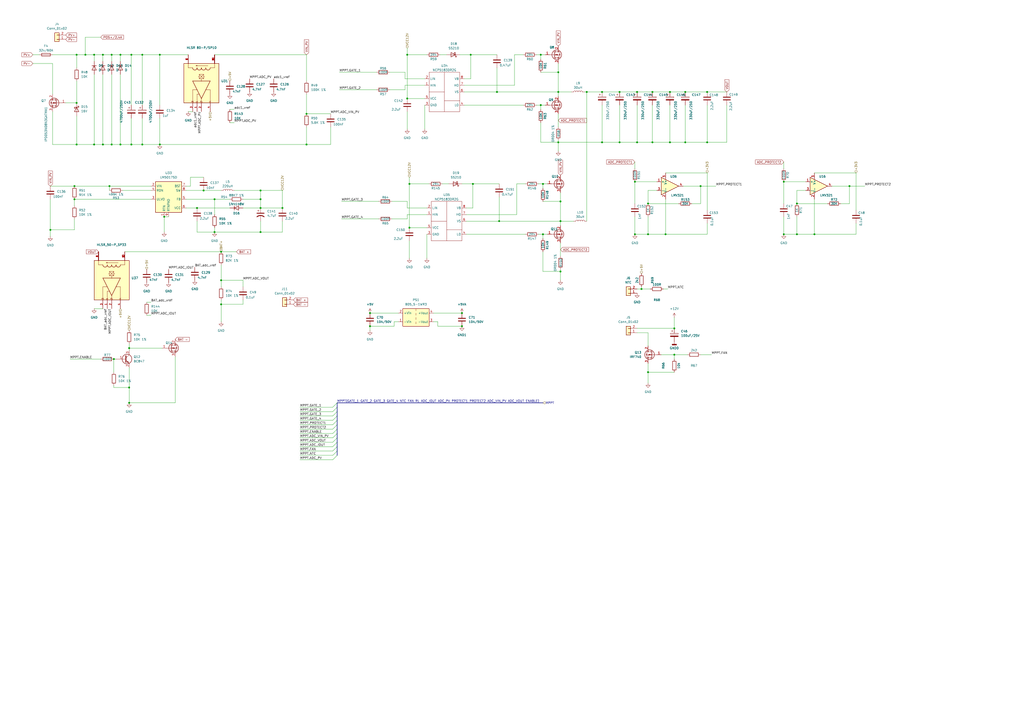
<source format=kicad_sch>
(kicad_sch (version 20231120) (generator "eeschema") (generator_version "8.0")
  (paper "A2")
  (junction (at 410.21 53.34))
  (junction (at 236.22 31.75))
  (junction (at 406.4 107.95))
  (junction (at 59.69 31.75))
  (junction (at 114.3 120.65))
  (junction (at 44.45 31.75))
  (junction (at 372.11 167.64))
  (junction (at 462.28 135.89))
  (junction (at 289.56 128.27))
  (junction (at 49.53 31.75))
  (junction (at 378.46 82.55))
  (junction (at 267.97 181.61))
  (junction (at 314.96 106.68))
  (junction (at 313.69 60.96))
  (junction (at 323.85 82.55))
  (junction (at 349.25 82.55))
  (junction (at 375.92 118.11))
  (junction (at 177.8 66.04))
  (junction (at 64.77 31.75))
  (junction (at 359.41 82.55))
  (junction (at 74.93 233.68))
  (junction (at 325.12 157.48))
  (junction (at 29.21 133.35))
  (junction (at 54.61 31.75))
  (junction (at 349.25 53.34))
  (junction (at 214.63 189.23))
  (junction (at 69.85 83.82))
  (junction (at 76.2 31.75))
  (junction (at 388.62 53.34))
  (junction (at 128.27 146.05))
  (junction (at 288.29 53.34))
  (junction (at 163.83 120.65))
  (junction (at 397.51 82.55))
  (junction (at 54.61 83.82))
  (junction (at 66.04 208.28))
  (junction (at 359.41 53.34))
  (junction (at 454.66 135.89))
  (junction (at 92.71 31.75))
  (junction (at 397.51 53.34))
  (junction (at 410.21 82.55))
  (junction (at 368.3 135.89))
  (junction (at 44.45 59.69))
  (junction (at 378.46 53.34))
  (junction (at 274.32 106.68))
  (junction (at 43.18 115.57))
  (junction (at 237.49 106.68))
  (junction (at 118.11 110.49))
  (junction (at 462.28 118.11))
  (junction (at 124.46 134.62))
  (junction (at 64.77 83.82))
  (junction (at 323.85 41.91))
  (junction (at 273.05 31.75))
  (junction (at 368.3 105.41))
  (junction (at 74.93 224.79))
  (junction (at 472.44 135.89))
  (junction (at 375.92 215.9))
  (junction (at 151.13 110.49))
  (junction (at 82.55 83.82))
  (junction (at 391.16 205.74))
  (junction (at 74.93 201.93))
  (junction (at 236.22 57.15))
  (junction (at 44.45 83.82))
  (junction (at 92.71 83.82))
  (junction (at 369.57 53.34))
  (junction (at 151.13 120.65))
  (junction (at 325.12 128.27))
  (junction (at 237.49 132.08))
  (junction (at 59.69 83.82))
  (junction (at 128.27 176.53))
  (junction (at 325.12 116.84))
  (junction (at 313.69 31.75))
  (junction (at 454.66 105.41))
  (junction (at 267.97 189.23))
  (junction (at 95.25 125.73))
  (junction (at 128.27 162.56))
  (junction (at 124.46 115.57))
  (junction (at 151.13 115.57))
  (junction (at 151.13 134.62))
  (junction (at 314.96 135.89))
  (junction (at 214.63 181.61))
  (junction (at 82.55 31.75))
  (junction (at 388.62 82.55))
  (junction (at 375.92 135.89))
  (junction (at 492.76 107.95))
  (junction (at 69.85 31.75))
  (junction (at 369.57 82.55))
  (junction (at 323.85 53.34))
  (junction (at 43.18 107.95))
  (junction (at 340.36 53.34))
  (junction (at 386.08 135.89))
  (junction (at 177.8 83.82))
  (junction (at 391.16 190.5))
  (junction (at 76.2 83.82))
  (junction (at 63.5 107.95))
  (bus_entry (at 195.58 261.62) (size -2.54 2.54))
  (bus_entry (at 195.58 241.3) (size -2.54 2.54))
  (bus_entry (at 195.58 254) (size -2.54 2.54))
  (bus_entry (at 195.58 251.46) (size -2.54 2.54))
  (bus_entry (at 195.58 238.76) (size -2.54 2.54))
  (bus_entry (at 195.58 256.54) (size -2.54 2.54))
  (bus_entry (at 195.58 236.22) (size -2.54 2.54))
  (bus_entry (at 195.58 264.16) (size -2.54 2.54))
  (bus_entry (at 195.58 233.68) (size -2.54 2.54))
  (bus_entry (at 195.58 243.84) (size -2.54 2.54))
  (bus_entry (at 195.58 248.92) (size -2.54 2.54))
  (bus_entry (at 195.58 259.08) (size -2.54 2.54))
  (bus_entry (at 195.58 246.38) (size -2.54 2.54))
  (wire (pts (xy 314.96 146.05) (xy 314.96 157.48)))
  (wire (pts (xy 44.45 31.75) (xy 49.53 31.75)))
  (wire (pts (xy 140.97 120.65) (xy 151.13 120.65)))
  (wire (pts (xy 124.46 134.62) (xy 151.13 134.62)))
  (wire (pts (xy 406.4 107.95) (xy 406.4 118.11)))
  (wire (pts (xy 54.61 83.82) (xy 59.69 83.82)))
  (wire (pts (xy 236.22 120.65) (xy 247.65 120.65)))
  (wire (pts (xy 59.69 83.82) (xy 64.77 83.82)))
  (wire (pts (xy 397.51 60.96) (xy 397.51 82.55)))
  (wire (pts (xy 173.99 238.76) (xy 193.04 238.76)))
  (wire (pts (xy 323.85 41.91) (xy 323.85 53.34)))
  (wire (pts (xy 74.93 201.93) (xy 74.93 203.2)))
  (wire (pts (xy 151.13 115.57) (xy 151.13 120.65)))
  (wire (pts (xy 496.57 129.54) (xy 496.57 135.89)))
  (wire (pts (xy 369.57 190.5) (xy 391.16 190.5)))
  (wire (pts (xy 107.95 115.57) (xy 124.46 115.57)))
  (wire (pts (xy 270.51 120.65) (xy 274.32 120.65)))
  (wire (pts (xy 66.04 224.79) (xy 74.93 224.79)))
  (wire (pts (xy 74.93 201.93) (xy 93.98 201.93)))
  (wire (pts (xy 270.51 135.89) (xy 304.8 135.89)))
  (wire (pts (xy 325.12 128.27) (xy 332.74 128.27)))
  (wire (pts (xy 251.46 186.69) (xy 254 186.69)))
  (wire (pts (xy 140.97 173.99) (xy 140.97 176.53)))
  (wire (pts (xy 114.3 128.27) (xy 114.3 134.62)))
  (wire (pts (xy 107.95 107.95) (xy 110.49 107.95)))
  (wire (pts (xy 173.99 248.92) (xy 193.04 248.92)))
  (wire (pts (xy 410.21 60.96) (xy 410.21 82.55)))
  (wire (pts (xy 63.5 107.95) (xy 87.63 107.95)))
  (wire (pts (xy 236.22 31.75) (xy 236.22 57.15)))
  (wire (pts (xy 191.77 83.82) (xy 177.8 83.82)))
  (wire (pts (xy 30.48 36.83) (xy 30.48 54.61)))
  (wire (pts (xy 140.97 162.56) (xy 128.27 162.56)))
  (wire (pts (xy 349.25 82.55) (xy 323.85 82.55)))
  (wire (pts (xy 76.2 31.75) (xy 76.2 60.96)))
  (wire (pts (xy 95.25 125.73) (xy 97.79 125.73)))
  (wire (pts (xy 76.2 31.75) (xy 82.55 31.75)))
  (wire (pts (xy 386.08 115.57) (xy 386.08 135.89)))
  (wire (pts (xy 314.96 135.89) (xy 314.96 138.43)))
  (wire (pts (xy 92.71 68.58) (xy 92.71 83.82)))
  (wire (pts (xy 237.49 102.87) (xy 237.49 106.68)))
  (wire (pts (xy 410.21 129.54) (xy 410.21 135.89)))
  (bus (pts (xy 195.58 256.54) (xy 195.58 259.08)))
  (wire (pts (xy 237.49 106.68) (xy 248.92 106.68)))
  (wire (pts (xy 214.63 191.77) (xy 214.63 189.23)))
  (wire (pts (xy 375.92 135.89) (xy 368.3 135.89)))
  (wire (pts (xy 227.33 127) (xy 236.22 127)))
  (wire (pts (xy 313.69 71.12) (xy 313.69 82.55)))
  (wire (pts (xy 163.83 120.65) (xy 163.83 110.49)))
  (wire (pts (xy 273.05 31.75) (xy 288.29 31.75)))
  (wire (pts (xy 396.24 107.95) (xy 406.4 107.95)))
  (wire (pts (xy 270.51 124.46) (xy 299.72 124.46)))
  (wire (pts (xy 85.09 182.88) (xy 87.63 182.88)))
  (wire (pts (xy 255.27 31.75) (xy 259.08 31.75)))
  (wire (pts (xy 173.99 241.3) (xy 193.04 241.3)))
  (bus (pts (xy 195.58 233.68) (xy 195.58 236.22)))
  (wire (pts (xy 135.89 63.5) (xy 133.35 63.5)))
  (wire (pts (xy 274.32 120.65) (xy 274.32 106.68)))
  (wire (pts (xy 59.69 43.18) (xy 59.69 83.82)))
  (wire (pts (xy 44.45 46.99) (xy 44.45 59.69)))
  (wire (pts (xy 325.12 156.21) (xy 325.12 157.48)))
  (bus (pts (xy 195.58 241.3) (xy 195.58 243.84)))
  (wire (pts (xy 378.46 53.34) (xy 388.62 53.34)))
  (wire (pts (xy 375.92 125.73) (xy 375.92 135.89)))
  (wire (pts (xy 54.61 43.18) (xy 54.61 83.82)))
  (wire (pts (xy 270.51 128.27) (xy 289.56 128.27)))
  (wire (pts (xy 462.28 135.89) (xy 454.66 135.89)))
  (wire (pts (xy 59.69 31.75) (xy 59.69 35.56)))
  (wire (pts (xy 269.24 45.72) (xy 273.05 45.72)))
  (wire (pts (xy 454.66 125.73) (xy 454.66 135.89)))
  (wire (pts (xy 288.29 53.34) (xy 323.85 53.34)))
  (wire (pts (xy 267.97 106.68) (xy 274.32 106.68)))
  (wire (pts (xy 19.05 36.83) (xy 30.48 36.83)))
  (wire (pts (xy 177.8 46.99) (xy 177.8 31.75)))
  (wire (pts (xy 44.45 67.31) (xy 44.45 83.82)))
  (wire (pts (xy 69.85 31.75) (xy 69.85 35.56)))
  (wire (pts (xy 82.55 68.58) (xy 82.55 83.82)))
  (wire (pts (xy 236.22 31.75) (xy 247.65 31.75)))
  (wire (pts (xy 58.42 21.59) (xy 49.53 21.59)))
  (wire (pts (xy 462.28 125.73) (xy 462.28 135.89)))
  (wire (pts (xy 173.99 251.46) (xy 193.04 251.46)))
  (bus (pts (xy 195.58 233.68) (xy 314.96 233.68)))
  (wire (pts (xy 323.85 36.83) (xy 323.85 41.91)))
  (wire (pts (xy 237.49 149.86) (xy 237.49 139.7)))
  (wire (pts (xy 196.85 52.07) (xy 218.44 52.07)))
  (wire (pts (xy 173.99 236.22) (xy 193.04 236.22)))
  (wire (pts (xy 298.45 31.75) (xy 303.53 31.75)))
  (wire (pts (xy 375.92 222.25) (xy 375.92 215.9)))
  (wire (pts (xy 110.49 102.87) (xy 118.11 102.87)))
  (wire (pts (xy 369.57 60.96) (xy 369.57 82.55)))
  (wire (pts (xy 177.8 73.66) (xy 177.8 83.82)))
  (wire (pts (xy 214.63 181.61) (xy 231.14 181.61)))
  (wire (pts (xy 173.99 261.62) (xy 193.04 261.62)))
  (wire (pts (xy 124.46 31.75) (xy 177.8 31.75)))
  (wire (pts (xy 312.42 135.89) (xy 314.96 135.89)))
  (wire (pts (xy 124.46 134.62) (xy 124.46 132.08)))
  (wire (pts (xy 92.71 60.96) (xy 92.71 31.75)))
  (wire (pts (xy 234.95 41.91) (xy 234.95 45.72)))
  (wire (pts (xy 29.21 115.57) (xy 29.21 133.35)))
  (wire (pts (xy 151.13 128.27) (xy 151.13 134.62)))
  (wire (pts (xy 454.66 105.41) (xy 467.36 105.41)))
  (wire (pts (xy 462.28 118.11) (xy 480.06 118.11)))
  (bus (pts (xy 195.58 248.92) (xy 195.58 251.46)))
  (wire (pts (xy 237.49 132.08) (xy 247.65 132.08)))
  (wire (pts (xy 92.71 31.75) (xy 109.22 31.75)))
  (wire (pts (xy 124.46 115.57) (xy 133.35 115.57)))
  (wire (pts (xy 110.49 107.95) (xy 110.49 102.87)))
  (wire (pts (xy 492.76 107.95) (xy 501.65 107.95)))
  (wire (pts (xy 74.93 199.39) (xy 74.93 201.93)))
  (wire (pts (xy 92.71 83.82) (xy 82.55 83.82)))
  (wire (pts (xy 472.44 115.57) (xy 472.44 135.89)))
  (wire (pts (xy 30.48 64.77) (xy 30.48 83.82)))
  (wire (pts (xy 254 189.23) (xy 267.97 189.23)))
  (wire (pts (xy 135.89 71.12) (xy 133.35 71.12)))
  (wire (pts (xy 325.12 128.27) (xy 325.12 130.81)))
  (wire (pts (xy 246.38 60.96) (xy 246.38 74.93)))
  (wire (pts (xy 314.96 106.68) (xy 317.5 106.68)))
  (wire (pts (xy 173.99 254) (xy 193.04 254)))
  (wire (pts (xy 412.75 205.74) (xy 406.4 205.74)))
  (wire (pts (xy 237.49 106.68) (xy 237.49 132.08)))
  (wire (pts (xy 69.85 83.82) (xy 76.2 83.82)))
  (wire (pts (xy 314.96 116.84) (xy 325.12 116.84)))
  (wire (pts (xy 72.39 146.05) (xy 128.27 146.05)))
  (wire (pts (xy 85.09 175.26) (xy 87.63 175.26)))
  (wire (pts (xy 313.69 31.75) (xy 316.23 31.75)))
  (wire (pts (xy 173.99 266.7) (xy 193.04 266.7)))
  (wire (pts (xy 128.27 153.67) (xy 128.27 162.56)))
  (wire (pts (xy 236.22 116.84) (xy 236.22 120.65)))
  (wire (pts (xy 128.27 176.53) (xy 128.27 173.99)))
  (wire (pts (xy 173.99 243.84) (xy 193.04 243.84)))
  (wire (pts (xy 323.85 82.55) (xy 323.85 87.63)))
  (wire (pts (xy 236.22 127) (xy 236.22 124.46)))
  (bus (pts (xy 195.58 238.76) (xy 195.58 241.3)))
  (wire (pts (xy 454.66 93.98) (xy 454.66 97.79)))
  (wire (pts (xy 66.04 208.28) (xy 67.31 208.28)))
  (wire (pts (xy 49.53 21.59) (xy 49.53 31.75)))
  (wire (pts (xy 311.15 60.96) (xy 313.69 60.96)))
  (wire (pts (xy 313.69 60.96) (xy 313.69 63.5)))
  (wire (pts (xy 266.7 31.75) (xy 273.05 31.75)))
  (wire (pts (xy 74.93 213.36) (xy 74.93 224.79)))
  (wire (pts (xy 231.14 186.69) (xy 228.6 186.69)))
  (wire (pts (xy 43.18 107.95) (xy 63.5 107.95)))
  (wire (pts (xy 340.36 53.34) (xy 340.36 128.27)))
  (wire (pts (xy 388.62 82.55) (xy 378.46 82.55)))
  (wire (pts (xy 298.45 49.53) (xy 298.45 31.75)))
  (wire (pts (xy 109.22 64.77) (xy 111.76 64.77)))
  (wire (pts (xy 43.18 127) (xy 43.18 133.35)))
  (bus (pts (xy 195.58 259.08) (xy 195.58 261.62)))
  (wire (pts (xy 124.46 115.57) (xy 124.46 124.46)))
  (wire (pts (xy 359.41 82.55) (xy 349.25 82.55)))
  (wire (pts (xy 30.48 83.82) (xy 44.45 83.82)))
  (wire (pts (xy 421.64 60.96) (xy 421.64 82.55)))
  (wire (pts (xy 163.83 110.49) (xy 151.13 110.49)))
  (wire (pts (xy 59.69 31.75) (xy 64.77 31.75)))
  (wire (pts (xy 340.36 53.34) (xy 349.25 53.34)))
  (wire (pts (xy 114.3 134.62) (xy 124.46 134.62)))
  (wire (pts (xy 76.2 68.58) (xy 76.2 83.82)))
  (wire (pts (xy 173.99 256.54) (xy 193.04 256.54)))
  (wire (pts (xy 397.51 82.55) (xy 388.62 82.55)))
  (wire (pts (xy 381 110.49) (xy 375.92 110.49)))
  (wire (pts (xy 43.18 133.35) (xy 29.21 133.35)))
  (wire (pts (xy 323.85 53.34) (xy 331.47 53.34)))
  (wire (pts (xy 387.35 167.64) (xy 384.81 167.64)))
  (wire (pts (xy 234.95 49.53) (xy 246.38 49.53)))
  (wire (pts (xy 107.95 120.65) (xy 114.3 120.65)))
  (wire (pts (xy 314.96 106.68) (xy 314.96 109.22)))
  (wire (pts (xy 49.53 31.75) (xy 54.61 31.75)))
  (wire (pts (xy 421.64 82.55) (xy 410.21 82.55)))
  (wire (pts (xy 64.77 31.75) (xy 69.85 31.75)))
  (wire (pts (xy 43.18 115.57) (xy 43.18 119.38)))
  (wire (pts (xy 325.12 116.84) (xy 325.12 128.27)))
  (wire (pts (xy 383.54 205.74) (xy 391.16 205.74)))
  (wire (pts (xy 19.05 31.75) (xy 22.86 31.75)))
  (wire (pts (xy 325.12 157.48) (xy 325.12 162.56)))
  (wire (pts (xy 128.27 186.69) (xy 128.27 176.53)))
  (wire (pts (xy 377.19 167.64) (xy 372.11 167.64)))
  (wire (pts (xy 256.54 106.68) (xy 260.35 106.68)))
  (wire (pts (xy 140.97 176.53) (xy 128.27 176.53)))
  (wire (pts (xy 312.42 106.68) (xy 314.96 106.68)))
  (bus (pts (xy 195.58 236.22) (xy 195.58 238.76)))
  (wire (pts (xy 101.6 207.01) (xy 101.6 233.68)))
  (wire (pts (xy 288.29 53.34) (xy 288.29 39.37)))
  (wire (pts (xy 234.95 52.07) (xy 234.95 49.53)))
  (wire (pts (xy 378.46 60.96) (xy 378.46 82.55)))
  (wire (pts (xy 369.57 193.04) (xy 375.92 193.04)))
  (wire (pts (xy 313.69 41.91) (xy 323.85 41.91)))
  (wire (pts (xy 496.57 135.89) (xy 472.44 135.89)))
  (wire (pts (xy 496.57 121.92) (xy 496.57 100.33)))
  (wire (pts (xy 369.57 82.55) (xy 359.41 82.55)))
  (wire (pts (xy 325.12 111.76) (xy 325.12 116.84)))
  (wire (pts (xy 151.13 110.49) (xy 151.13 115.57)))
  (wire (pts (xy 135.89 110.49) (xy 151.13 110.49)))
  (wire (pts (xy 226.06 52.07) (xy 234.95 52.07)))
  (wire (pts (xy 234.95 45.72) (xy 246.38 45.72)))
  (bus (pts (xy 195.58 261.62) (xy 195.58 264.16)))
  (wire (pts (xy 406.4 107.95) (xy 415.29 107.95)))
  (wire (pts (xy 64.77 83.82) (xy 69.85 83.82)))
  (wire (pts (xy 69.85 43.18) (xy 69.85 83.82)))
  (wire (pts (xy 273.05 45.72) (xy 273.05 31.75)))
  (wire (pts (xy 299.72 106.68) (xy 304.8 106.68)))
  (wire (pts (xy 101.6 233.68) (xy 74.93 233.68)))
  (wire (pts (xy 410.21 53.34) (xy 421.64 53.34)))
  (wire (pts (xy 74.93 224.79) (xy 74.93 233.68)))
  (wire (pts (xy 372.11 167.64) (xy 369.57 167.64)))
  (wire (pts (xy 314.96 157.48) (xy 325.12 157.48)))
  (wire (pts (xy 375.92 110.49) (xy 375.92 118.11)))
  (wire (pts (xy 151.13 120.65) (xy 163.83 120.65)))
  (wire (pts (xy 388.62 60.96) (xy 388.62 82.55)))
  (wire (pts (xy 269.24 60.96) (xy 303.53 60.96)))
  (wire (pts (xy 236.22 74.93) (xy 236.22 64.77)))
  (wire (pts (xy 54.61 179.07) (xy 59.69 179.07)))
  (wire (pts (xy 247.65 135.89) (xy 247.65 149.86)))
  (bus (pts (xy 195.58 251.46) (xy 195.58 254)))
  (wire (pts (xy 410.21 121.92) (xy 410.21 100.33)))
  (wire (pts (xy 38.1 59.69) (xy 44.45 59.69)))
  (wire (pts (xy 269.24 53.34) (xy 288.29 53.34)))
  (bus (pts (xy 195.58 246.38) (xy 195.58 248.92)))
  (wire (pts (xy 44.45 31.75) (xy 44.45 39.37)))
  (wire (pts (xy 462.28 110.49) (xy 462.28 118.11)))
  (wire (pts (xy 177.8 83.82) (xy 92.71 83.82)))
  (wire (pts (xy 64.77 43.18) (xy 64.77 83.82)))
  (wire (pts (xy 323.85 66.04) (xy 323.85 73.66)))
  (wire (pts (xy 251.46 181.61) (xy 267.97 181.61)))
  (wire (pts (xy 95.25 134.62) (xy 95.25 125.73)))
  (wire (pts (xy 289.56 128.27) (xy 325.12 128.27)))
  (wire (pts (xy 30.48 31.75) (xy 44.45 31.75)))
  (wire (pts (xy 372.11 166.37) (xy 372.11 167.64)))
  (wire (pts (xy 254 186.69) (xy 254 189.23)))
  (wire (pts (xy 196.85 41.91) (xy 218.44 41.91)))
  (wire (pts (xy 128.27 162.56) (xy 128.27 166.37)))
  (wire (pts (xy 92.71 31.75) (xy 82.55 31.75)))
  (wire (pts (xy 492.76 118.11) (xy 487.68 118.11)))
  (wire (pts (xy 482.6 107.95) (xy 492.76 107.95)))
  (wire (pts (xy 151.13 134.62) (xy 163.83 134.62)))
  (wire (pts (xy 375.92 193.04) (xy 375.92 200.66)))
  (wire (pts (xy 410.21 82.55) (xy 397.51 82.55)))
  (wire (pts (xy 44.45 83.82) (xy 54.61 83.82)))
  (wire (pts (xy 349.25 60.96) (xy 349.25 82.55)))
  (wire (pts (xy 378.46 82.55) (xy 369.57 82.55)))
  (wire (pts (xy 391.16 205.74) (xy 398.78 205.74)))
  (wire (pts (xy 198.12 127) (xy 219.71 127)))
  (wire (pts (xy 66.04 208.28) (xy 66.04 215.9)))
  (wire (pts (xy 69.85 31.75) (xy 76.2 31.75)))
  (wire (pts (xy 472.44 135.89) (xy 462.28 135.89)))
  (wire (pts (xy 227.33 116.84) (xy 236.22 116.84)))
  (wire (pts (xy 369.57 53.34) (xy 378.46 53.34)))
  (wire (pts (xy 114.3 120.65) (xy 133.35 120.65)))
  (wire (pts (xy 323.85 81.28) (xy 323.85 82.55)))
  (wire (pts (xy 107.95 110.49) (xy 118.11 110.49)))
  (wire (pts (xy 496.57 100.33) (xy 472.44 100.33)))
  (wire (pts (xy 177.8 66.04) (xy 191.77 66.04)))
  (wire (pts (xy 299.72 124.46) (xy 299.72 106.68)))
  (wire (pts (xy 359.41 53.34) (xy 369.57 53.34)))
  (wire (pts (xy 173.99 264.16) (xy 193.04 264.16)))
  (wire (pts (xy 410.21 100.33) (xy 386.08 100.33)))
  (wire (pts (xy 397.51 53.34) (xy 410.21 53.34)))
  (wire (pts (xy 359.41 60.96) (xy 359.41 82.55)))
  (wire (pts (xy 339.09 53.34) (xy 340.36 53.34)))
  (wire (pts (xy 454.66 105.41) (xy 454.66 118.11)))
  (wire (pts (xy 140.97 115.57) (xy 151.13 115.57)))
  (wire (pts (xy 289.56 128.27) (xy 289.56 114.3)))
  (wire (pts (xy 228.6 186.69) (xy 228.6 189.23)))
  (wire (pts (xy 236.22 27.94) (xy 236.22 31.75)))
  (wire (pts (xy 375.92 118.11) (xy 393.7 118.11)))
  (wire (pts (xy 63.5 107.95) (xy 63.5 110.49)))
  (wire (pts (xy 492.76 107.95) (xy 492.76 118.11)))
  (wire (pts (xy 71.12 110.49) (xy 87.63 110.49)))
  (wire (pts (xy 368.3 105.41) (xy 381 105.41)))
  (wire (pts (xy 236.22 57.15) (xy 246.38 57.15)))
  (wire (pts (xy 311.15 31.75) (xy 313.69 31.75)))
  (wire (pts (xy 406.4 118.11) (xy 401.32 118.11)))
  (wire (pts (xy 375.92 215.9) (xy 391.16 215.9)))
  (bus (pts (xy 195.58 254) (xy 195.58 256.54)))
  (wire (pts (xy 274.32 106.68) (xy 289.56 106.68)))
  (wire (pts (xy 64.77 31.75) (xy 64.77 35.56)))
  (wire (pts (xy 368.3 105.41) (xy 368.3 118.11)))
  (wire (pts (xy 191.77 73.66) (xy 191.77 83.82)))
  (wire (pts (xy 313.69 60.96) (xy 316.23 60.96)))
  (wire (pts (xy 76.2 83.82) (xy 82.55 83.82)))
  (wire (pts (xy 467.36 110.49) (xy 462.28 110.49)))
  (wire (pts (xy 368.3 125.73) (xy 368.3 135.89)))
  (wire (pts (xy 66.04 223.52) (xy 66.04 224.79)))
  (wire (pts (xy 43.18 115.57) (xy 87.63 115.57)))
  (wire (pts (xy 173.99 259.08) (xy 193.04 259.08)))
  (wire (pts (xy 391.16 205.74) (xy 391.16 208.28)))
  (wire (pts (xy 388.62 53.34) (xy 397.51 53.34)))
  (wire (pts (xy 118.11 110.49) (xy 128.27 110.49)))
  (wire (pts (xy 368.3 93.98) (xy 368.3 97.79)))
  (wire (pts (xy 313.69 31.75) (xy 313.69 34.29)))
  (wire (pts (xy 325.12 140.97) (xy 325.12 148.59)))
  (wire (pts (xy 313.69 82.55) (xy 323.85 82.55)))
  (wire (pts (xy 269.24 49.53) (xy 298.45 49.53)))
  (wire (pts (xy 140.97 166.37) (xy 140.97 162.56)))
  (wire (pts (xy 173.99 246.38) (xy 193.04 246.38)))
  (wire (pts (xy 375.92 215.9) (xy 375.92 210.82)))
  (wire (pts (xy 54.61 31.75) (xy 59.69 31.75)))
  (wire (pts (xy 198.12 116.84) (xy 219.71 116.84)))
  (wire (pts (xy 323.85 53.34) (xy 323.85 55.88)))
  (wire (pts (xy 177.8 54.61) (xy 177.8 66.04)))
  (wire (pts (xy 40.64 208.28) (xy 58.42 208.28)))
  (wire (pts (xy 82.55 31.75) (xy 82.55 60.96)))
  (wire (pts (xy 349.25 53.34) (xy 359.41 53.34)))
  (wire (pts (xy 228.6 189.23) (xy 214.63 189.23)))
  (wire (pts (xy 29.21 133.35) (xy 29.21 137.16)))
  (bus (pts (xy 195.58 243.84) (xy 195.58 246.38)))
  (wire (pts (xy 29.21 107.95) (xy 43.18 107.95)))
  (wire (pts (xy 410.21 135.89) (xy 386.08 135.89)))
  (wire (pts (xy 163.83 134.62) (xy 163.83 128.27)))
  (wire (pts (xy 226.06 41.91) (xy 234.95 41.91)))
  (wire (pts (xy 54.61 31.75) (xy 54.61 35.56)))
  (wire (pts (xy 128.27 146.05) (xy 137.16 146.05)))
  (wire (pts (xy 391.16 184.15) (xy 391.16 190.5)))
  (wire (pts (xy 314.96 135.89) (xy 317.5 135.89)))
  (wire (pts (xy 236.22 124.46) (xy 247.65 124.46)))
  (wire (pts (xy 386.08 135.89) (xy 375.92 135.89)))
  (label "BAT_adc_vref" (at 62.23 179.07 270))
  (label "MPPT.PROTECT2" (at 501.65 107.95 0))
  (label "MPPT.NTC" (at 387.35 167.64 0))
  (label "adc1_vref" (at 114.3 64.77 270))
  (label "adc1_vref" (at 135.89 63.5 0))
  (label "MPPT.GATE_2" (at 196.85 52.07 0))
  (label "MPPT.GATE_3" (at 173.99 241.3 0))
  (label "MPPT.ADC_PV" (at 144.78 45.72 0))
  (label "MPPT.PROTECT1" (at 415.29 107.95 0))
  (label "MPPT.GATE_4" (at 198.12 127 0))
  (label "BAT_adc_vref" (at 113.03 154.94 0))
  (label "MPPT.GATE_1" (at 196.85 41.91 0))
  (label "MPPT.ADC_VOUT" (at 140.97 162.56 0))
  (label "MPPT.ENABLE" (at 40.64 208.28 0))
  (label "BAT_adc_vref" (at 87.63 175.26 0))
  (label "MPPT.FAN" (at 412.75 205.74 0))
  (label "MPPT.GATE_3" (at 198.12 116.84 0))
  (label "MPPT.ADC_IOUT" (at 173.99 259.08 0))
  (label "MPPT.FAN" (at 173.99 261.62 0))
  (label "MPPT.PROTECT1" (at 173.99 246.38 0))
  (label "MPPT.ADC_IOUT" (at 87.63 182.88 0))
  (label "adc1_vref" (at 158.75 45.72 0))
  (label "MPPT.ADC_PV" (at 116.84 64.77 270))
  (label "MPPT.ADC_VOUT" (at 173.99 256.54 0))
  (label "MPPT.NTC" (at 173.99 264.16 0))
  (label "MPPT.ADC_PV" (at 135.89 71.12 0))
  (label "MPPT.GATE_2" (at 173.99 238.76 0))
  (label "MPPT.ENABLE" (at 173.99 251.46 0))
  (label "MPPT.GATE_4" (at 173.99 243.84 0))
  (label "MPPT.ADC_PV" (at 173.99 266.7 0))
  (label "MPPT.ADC_IOUT" (at 97.79 156.21 0))
  (label "MPPT.GATE_1" (at 173.99 236.22 0))
  (label "MPPT.ADC_IOUT" (at 64.77 179.07 270))
  (label "MPPT.ADC_VIN_PV" (at 191.77 66.04 0))
  (label "MPPT.PROTECT2" (at 173.99 248.92 0))
  (label "MPPT.ADC_VIN_PV" (at 173.99 254 0))
  (label "MPPT{GATE_1 GATE_2 GATE_3 GATE_4 NTC FAN RL ADC_IOUT ADC_PV PROTECT1 PROTECT2 ADC_VIN_PV ADC_VOUT ENABLE}" (at 195.58 233.68 0))
  (global_label "PV-" (shape input) (at 19.05 36.83 180) (property "Intersheetrefs" "${INTERSHEET_REFS}" (effects (hide yes))))
  (global_label "VIN_PV" (shape input) (at 177.8 31.75 90) (property "Intersheetrefs" "${INTERSHEET_REFS}" (effects (hide yes))))
  (global_label "PV+" (shape input) (at 38.1 20.32 0) (property "Intersheetrefs" "${INTERSHEET_REFS}" (effects (hide yes))))
  (global_label "VOUT" (shape input) (at 421.64 53.34 90) (property "Intersheetrefs" "${INTERSHEET_REFS}" (effects (hide yes))))
  (global_label "ADC_PROTECT2" (shape input) (at 325.12 144.78 0) (property "Intersheetrefs" "${INTERSHEET_REFS}" (effects (hide yes))))
  (global_label "BAT +" (shape input) (at 137.16 146.05 0) (property "Intersheetrefs" "${INTERSHEET_REFS}" (effects (hide yes))))
  (global_label "ADC_PROTECT1" (shape input) (at 368.3 93.98 180) (property "Intersheetrefs" "${INTERSHEET_REFS}" (effects (hide yes))))
  (global_label "POS+{slash}2.4A" (shape input) (at 58.42 21.59 0) (property "Intersheetrefs" "${INTERSHEET_REFS}" (effects (hide yes))))
  (global_label "BAT -" (shape input) (at 101.6 196.85 0) (property "Intersheetrefs" "${INTERSHEET_REFS}" (effects (hide yes))))
  (global_label "PV+" (shape input) (at 19.05 31.75 180) (property "Intersheetrefs" "${INTERSHEET_REFS}" (effects (hide yes))))
  (global_label "ADC_PROTECT1" (shape input) (at 323.85 69.85 0) (property "Intersheetrefs" "${INTERSHEET_REFS}" (effects (hide yes))))
  (global_label "BAT +" (shape input) (at 170.18 173.99 0) (property "Intersheetrefs" "${INTERSHEET_REFS}" (effects (hide yes))))
  (global_label "VIN_PV" (shape input) (at 29.21 107.95 90) (property "Intersheetrefs" "${INTERSHEET_REFS}" (effects (hide yes))))
  (global_label "VIN_PV" (shape input) (at 325.12 101.6 90) (property "Intersheetrefs" "${INTERSHEET_REFS}" (effects (hide yes))))
  (global_label "BAT -" (shape input) (at 170.18 176.53 0) (property "Intersheetrefs" "${INTERSHEET_REFS}" (effects (hide yes))))
  (global_label "PV-" (shape input) (at 38.1 22.86 0) (property "Intersheetrefs" "${INTERSHEET_REFS}" (effects (hide yes))))
  (global_label "ADC_PROTECT2" (shape input) (at 454.66 93.98 180) (property "Intersheetrefs" "${INTERSHEET_REFS}" (effects (hide yes))))
  (global_label "VIN_PV" (shape input) (at 323.85 26.67 90) (property "Intersheetrefs" "${INTERSHEET_REFS}" (effects (hide yes))))
  (global_label "VOUT" (shape input) (at 57.15 146.05 180) (property "Intersheetrefs" "${INTERSHEET_REFS}" (effects (hide yes))))
  (hierarchical_label "MPPT" (shape input) (at 314.96 233.68 0))
  (hierarchical_label "+5V" (shape input) (at 133.35 46.99 90))
  (hierarchical_label "VCC12V" (shape input) (at 163.83 110.49 90))
  (hierarchical_label "+5V" (shape input) (at 372.11 158.75 90))
  (hierarchical_label "+5V" (shape input) (at 69.85 179.07 270))
  (hierarchical_label "+5V" (shape input) (at 121.92 64.77 270))
  (hierarchical_label "BAT+" (shape input) (at 128.27 146.05 90))
  (hierarchical_label "VCC12V" (shape input) (at 237.49 102.87 90))
  (hierarchical_label "+3V3" (shape input) (at 496.57 100.33 90))
  (hierarchical_label "VCC12V" (shape input) (at 236.22 27.94 90))
  (hierarchical_label "VCC12V" (shape input) (at 74.93 191.77 90))
  (hierarchical_label "+3V3" (shape input) (at 410.21 100.33 90))
  (hierarchical_label "+5V" (shape input) (at 85.09 156.21 90))
  (symbol (lib_id "Transistor_FET:IPD50R380CE") (at 321.31 31.75 0) (unit 1)
    (property "Reference" "Q8" (at 318.77 27.432 0) (effects (justify left)))
    (property "Value" "IPD053N08N3GATMA1" (effects (hide yes)))
    (property "Footprint" "Package_TO_SOT_SMD:TO-252-2" (effects (hide yes)))
    (property "Datasheet" "https://www.infineon.com/dgdl/Infineon-IPD50R380CE-DS-v02_01-en.pdf?fileId=db3a30433ecb86d4013ed0a2ef580f38" (effects (hide yes)))
    (property "Description" "14.1A Id, 500V Vds, CoolMOS N-Channel Power MOSFET, 380mOhm Ron, 24.8nC Qg (typ), TO-252-2" (effects (hide yes)))
  )
  (symbol (lib_id "Amplifier_Operational:LMV321") (at 474.98 107.95 0) (unit 1)
    (property "Reference" "U16" (at 479.044 102.362 0) (effects (justify right)))
    (property "Value" "LMV321" (at 483.108 113.284 0) (effects (justify right)))
    (property "Footprint" "Package_TO_SOT_SMD:SOT-23-5_HandSoldering" (effects (hide yes)))
    (property "Datasheet" "http://www.ti.com/lit/ds/symlink/lmv324.pdf" (effects (hide yes)))
    (property "Description" "Low-Voltage Rail-to-Rail Output Operational Amplifiers, SOT-23-5/SC-70-5" (effects (hide yes)))
  )
  (symbol (lib_id "Diode:SS210") (at 262.89 31.75 180) (unit 1)
    (property "Reference" "D18" (at 263.2075 25.4 0))
    (property "Value" "SS210" (at 263.2075 27.94 0))
    (property "Footprint" "Diode_SMD:D_SMA" (effects (hide yes)))
    (property "Datasheet" "https://www.wontop.com/uploadfiles/56/sort_excel/pdf/ss22.pdf" (effects (hide yes)))
    (property "Description" "100V 2A Schottky Diode, SMA" (effects (hide yes)))
  )
  (symbol (lib_id "power:+5VA") (at 267.97 181.61 0) (unit 1)
    (property "Reference" "#PWR0127" (effects (hide yes)))
    (property "Value" "+5VA" (at 267.97 176.53 0))
    (property "Description" "Power symbol creates a global label with name \"+5VA\"" (effects (hide yes)))
  )
  (symbol (lib_id "Diode:1N4148W") (at 137.16 120.65 0) (unit 1)
    (property "Reference" "D16" (at 137.16 123.698 0))
    (property "Value" "1N4148W" (at 137.16 118.364 0))
    (property "Footprint" "Diode_SMD:D_MiniMELF" (effects (hide yes)))
    (property "Datasheet" "https://www.vishay.com/docs/85748/1n4148w.pdf" (effects (hide yes)))
    (property "Description" "75V 0.15A Fast Switching Diode, SOD-123" (effects (hide yes)))
    (property "Sim.Device" "D" (effects (hide yes)))
    (property "Sim.Pins" "1=K 2=A" (effects (hide yes)))
  )
  (symbol (lib_id "Regulator_Switching:LM5017SD") (at 97.79 113.03 0) (unit 1)
    (property "Reference" "U33" (at 97.79 100.33 0))
    (property "Value" "LM5017SD" (at 97.79 102.87 0))
    (property "Footprint" "Package_SON:WSON-8-1EP_4x4mm_P0.8mm_EP1.98x3mm" (effects (hide yes)))
    (property "Datasheet" "http://www.ti.com/lit/ds/symlink/lm5017.pdf" (effects (hide yes)))
    (property "Description" "600mA, 100V Step-Down Switching Regulator, WSON-8" (effects (hide yes)))
  )
  (symbol (lib_id "Device:C") (at 288.29 35.56 0) (unit 1)
    (property "Reference" "C139" (at 292.1 34.925 0) (effects (justify left)))
    (property "Value" "0.47uF" (at 289.814 37.846 0) (effects (justify left)))
    (property "Footprint" "Capacitor_SMD:C_1206_3216Metric_Pad1.33x1.80mm_HandSolder" (effects (hide yes)))
  )
  (symbol (lib_id "Device:R") (at 43.18 123.19 0) (unit 1)
    (property "Reference" "R52" (at 45.72 121.9199 0) (effects (justify left)))
    (property "Value" "10K 1%" (at 45.72 124.4599 0) (effects (justify left)))
    (property "Footprint" "CTS_Resistor_SMD:R_0805_2012Metric" (effects (hide yes)))
  )
  (symbol (lib_id "power:GND") (at 113.03 162.56 0) (unit 1)
    (property "Reference" "#PWR069" (effects (hide yes)))
    (property "Value" "GND" (at 113.03 167.64 0))
  )
  (symbol (lib_id "Device:R") (at 307.34 60.96 90) (unit 1)
    (property "Reference" "R62" (at 307.34 63.5 90))
    (property "Value" "2R4" (at 307.34 60.96 90))
    (property "Footprint" "CTS_Resistor_SMD:R_0805_2012Metric" (effects (hide yes)))
  )
  (symbol (lib_id "Device:R") (at 66.04 219.71 0) (unit 1)
    (property "Reference" "R76" (at 68.58 218.4399 0) (effects (justify left)))
    (property "Value" "10K 1%" (at 68.58 220.9799 0) (effects (justify left)))
    (property "Footprint" "CTS_Resistor_SMD:R_0805_2012Metric" (effects (hide yes)))
  )
  (symbol (lib_id "Device:R") (at 313.69 67.31 180) (unit 1)
    (property "Reference" "R63" (at 316.23 67.31 90))
    (property "Value" "10K" (at 313.69 67.31 90))
    (property "Footprint" "CTS_Resistor_SMD:R_0805_2012Metric" (effects (hide yes)))
  )
  (symbol (lib_id "Device:R") (at 314.96 142.24 180) (unit 1)
    (property "Reference" "R149" (at 317.5 142.24 90))
    (property "Value" "10K" (at 314.96 142.24 90))
    (property "Footprint" "CTS_Resistor_SMD:R_0805_2012Metric" (effects (hide yes)))
  )
  (symbol (lib_id "SL_Sensor_Current:HLSR_50-P_SP33") (at 116.84 49.53 270) (unit 1)
    (property "Reference" "U31" (at 128.27 46.9899 90) (effects (justify left)))
    (property "Value" "HLSR 80-P/SP10" (at 108.204 27.686 90) (effects (justify left)))
    (property "Footprint" "SL_Sensor_Current:XDCR_HLSR_50-P_SP33" (effects (hide yes)))
    (property "MF" "LEM USA" (effects (hide yes)))
    (property "MAXIMUM_PACKAGE_HEIGHT" "12.50mm" (effects (hide yes)))
    (property "Package" "Module LEM USA" (effects (hide yes)))
    (property "Price" "None" (effects (hide yes)))
    (property "Check_prices" "https://www.snapeda.com/parts/HLSR%2050-P/SP33/LEM/view-part/?ref=eda" (effects (hide yes)))
    (property "STANDARD" "Manufacturer Recommendations" (effects (hide yes)))
    (property "PARTREV" "24-September-2020/Version 8" (effects (hide yes)))
    (property "SnapEDA_Link" "https://www.snapeda.com/parts/HLSR%2050-P/SP33/LEM/view-part/?ref=snap" (effects (hide yes)))
    (property "MP" "HLSR 50-P/SP33" (effects (hide yes)))
    (property "Description_1" "\n                        \n                            Current Sensor 50A 1 Channel Hall Effect, Open Loop Bidirectional Module\n                        \n" (effects (hide yes)))
    (property "Availability" "In Stock" (effects (hide yes)))
    (property "MANUFACTURER" "LEM" (effects (hide yes)))
  )
  (symbol (lib_id "Transistor_FET:IPD50R380CE") (at 321.31 60.96 0) (unit 1)
    (property "Reference" "Q9" (at 318.262 57.912 0) (effects (justify left)))
    (property "Value" "IPD053N08N3GATMA1" (effects (hide yes)))
    (property "Footprint" "Package_TO_SOT_SMD:TO-252-2" (effects (hide yes)))
    (property "Datasheet" "https://www.infineon.com/dgdl/Infineon-IPD50R380CE-DS-v02_01-en.pdf?fileId=db3a30433ecb86d4013ed0a2ef580f38" (effects (hide yes)))
    (property "Description" "14.1A Id, 500V Vds, CoolMOS N-Channel Power MOSFET, 380mOhm Ron, 24.8nC Qg (typ), TO-252-2" (effects (hide yes)))
  )
  (symbol (lib_id "power:GND") (at 375.92 222.25 0) (unit 1)
    (property "Reference" "#PWR070" (effects (hide yes)))
    (property "Value" "GND" (at 375.92 227.33 0))
    (property "Description" "Power symbol creates a global label with name \"GND\" , ground" (effects (hide yes)))
  )
  (symbol (lib_id "power:GND") (at 128.27 186.69 0) (unit 1)
    (property "Reference" "#PWR077" (effects (hide yes)))
    (property "Value" "GND" (at 128.27 191.77 0))
  )
  (symbol (lib_id "Device:C") (at 191.77 69.85 0) (unit 1)
    (property "Reference" "C135" (at 195.58 69.215 0) (effects (justify left)))
    (property "Value" "100nF" (at 193.294 72.136 0) (effects (justify left)))
    (property "Footprint" "CTS_Capacitor_SMD:C_0805_2012Metric" (effects (hide yes)))
    (property "Order" "https://www.lcsc.com/product-detail/Multilayer-Ceramic-Capacitors-MLCC-SMD-SMT_TORCH-CT41G-0402-2X1-16V-0-1-F-K-N_C141382.html" (effects (hide yes)))
  )
  (symbol (lib_id "power:+12V") (at 391.16 184.15 0) (unit 1)
    (property "Reference" "#PWR071" (effects (hide yes)))
    (property "Value" "+12V" (at 391.16 179.07 0))
    (property "Description" "Power symbol creates a global label with name \"+12V\"" (effects (hide yes)))
  )
  (symbol (lib_id "power:GND") (at 236.22 74.93 0) (unit 1)
    (property "Reference" "#PWR0247" (effects (hide yes)))
    (property "Value" "GND" (at 236.22 80.01 0))
  )
  (symbol (lib_id "Device:R") (at 223.52 127 90) (unit 1)
    (property "Reference" "R65" (at 223.52 129.54 90))
    (property "Value" "100R" (at 223.52 127 90))
    (property "Footprint" "CTS_Resistor_SMD:R_0805_2012Metric" (effects (hide yes)))
  )
  (symbol (lib_id "Device:R") (at 483.87 118.11 270) (mirror x) (unit 1)
    (property "Reference" "R72" (at 483.87 115.824 90))
    (property "Value" "30K" (at 483.87 118.11 90))
    (property "Footprint" "CTS_Resistor_SMD:R_0805_2012Metric" (effects (hide yes)))
  )
  (symbol (lib_id "Device:R") (at 128.27 149.86 0) (unit 1)
    (property "Reference" "R73" (at 130.81 148.5899 0) (effects (justify left)))
    (property "Value" "82K 1%" (at 130.81 151.1299 0) (effects (justify left)))
    (property "Footprint" "CTS_Resistor_SMD:R_0805_2012Metric" (effects (hide yes)))
  )
  (symbol (lib_id "power:GND") (at 54.61 179.07 0) (unit 1)
    (property "Reference" "#PWR076" (effects (hide yes)))
    (property "Value" "GND" (at 54.61 184.15 0))
  )
  (symbol (lib_id "Transistor_BJT:BC847") (at 72.39 208.28 0) (unit 1)
    (property "Reference" "Q12" (at 77.47 207.0099 0) (effects (justify left)))
    (property "Value" "BC847" (at 77.47 209.5499 0) (effects (justify left)))
    (property "Footprint" "Package_TO_SOT_SMD:SOT-23" (effects (hide yes)))
    (property "Datasheet" "http://www.infineon.com/dgdl/Infineon-BC847SERIES_BC848SERIES_BC849SERIES_BC850SERIES-DS-v01_01-en.pdf?fileId=db3a304314dca389011541d4630a1657" (effects (hide yes)))
    (property "Description" "0.1A Ic, 45V Vce, NPN Transistor, SOT-23" (effects (hide yes)))
  )
  (symbol (lib_id "Device:C_Polarized_US") (at 151.13 124.46 0) (unit 1)
    (property "Reference" "C141" (at 154.94 122.5549 0) (effects (justify left)))
    (property "Value" "4.7uF" (at 154.94 125.0949 0) (effects (justify left)))
    (property "Footprint" "Capacitor_Tantalum_SMD:CP_EIA-3528-12_Kemet-T" (effects (hide yes)))
    (property "Description" "Polarized capacitor, US symbol" (effects (hide yes)))
  )
  (symbol (lib_id "Device:C") (at 410.21 125.73 0) (unit 1)
    (property "Reference" "C153" (at 411.48 123.444 0) (effects (justify left)))
    (property "Value" "0.1uF" (at 413.004 131.064 90) (effects (justify left)))
    (property "Footprint" "Capacitor_SMD:C_1206_3216Metric_Pad1.33x1.80mm_HandSolder" (effects (hide yes)))
    (property "Order" "https://www.lcsc.com/product-detail/Multilayer-Ceramic-Capacitors-MLCC-SMD-SMT_TORCH-CT41G-0402-2X1-16V-0-1-F-K-N_C141382.html" (effects (hide yes)))
  )
  (symbol (lib_id "Device:D") (at 59.69 39.37 270) (unit 1)
    (property "Reference" "D12" (at 62.23 38.0999 90) (effects (justify left)))
    (property "Value" "D" (at 62.23 40.6399 90) (effects (justify left)))
    (property "Footprint" "Diode_THT:D_DO-201AD_P15.24mm_Horizontal" (effects (hide yes)))
    (property "Description" "Diode" (effects (hide yes)))
    (property "Sim.Device" "D" (effects (hide yes)))
    (property "Sim.Pins" "1=K 2=A" (effects (hide yes)))
  )
  (symbol (lib_id "power:GND") (at 133.35 54.61 0) (unit 1)
    (property "Reference" "#PWR0234" (effects (hide yes)))
    (property "Value" "GND" (at 133.35 59.69 0))
  )
  (symbol (lib_id "power:GND") (at 29.21 137.16 0) (unit 1)
    (property "Reference" "#PWR0243" (effects (hide yes)))
    (property "Value" "GND" (at 29.21 142.24 0))
  )
  (symbol (lib_id "Device:R") (at 397.51 118.11 270) (mirror x) (unit 1)
    (property "Reference" "R153" (at 397.51 115.824 90))
    (property "Value" "30K" (at 397.51 118.11 90))
    (property "Footprint" "CTS_Resistor_SMD:R_0805_2012Metric" (effects (hide yes)))
  )
  (symbol (lib_id "Device:R") (at 67.31 110.49 90) (unit 1)
    (property "Reference" "R53" (at 67.31 114.808 90))
    (property "Value" "499K 1%" (at 67.31 112.776 90))
    (property "Footprint" "CTS_Resistor_SMD:R_0805_2012Metric" (effects (hide yes)))
  )
  (symbol (lib_id "power:GND") (at 95.25 134.62 0) (unit 1)
    (property "Reference" "#PWR0244" (effects (hide yes)))
    (property "Value" "GND" (at 95.25 139.7 0))
  )
  (symbol (lib_id "Device:C") (at 421.64 57.15 0) (unit 1)
    (property "Reference" "C149" (at 422.91 54.864 0) (effects (justify left)))
    (property "Value" "2.2uF" (at 423.926 64.262 90) (effects (justify left)))
    (property "Footprint" "Capacitor_SMD:C_1206_3216Metric_Pad1.33x1.80mm_HandSolder" (effects (hide yes)))
    (property "Order" "https://www.lcsc.com/product-detail/Multilayer-Ceramic-Capacitors-MLCC-SMD-SMT_TORCH-CT41G-0402-2X1-16V-0-1-F-K-N_C141382.html" (effects (hide yes)))
  )
  (symbol (lib_id "power:GND") (at 323.85 87.63 0) (unit 1)
    (property "Reference" "#PWR0246" (effects (hide yes)))
    (property "Value" "GND" (at 323.85 92.71 0))
  )
  (symbol (lib_id "power:GND") (at 237.49 149.86 0) (unit 1)
    (property "Reference" "#PWR0249" (effects (hide yes)))
    (property "Value" "GND" (at 237.49 154.94 0))
  )
  (symbol (lib_id "Connector_Generic:Conn_01x02") (at 165.1 176.53 180) (unit 1)
    (property "Reference" "J11" (at 165.1 167.64 0))
    (property "Value" "Conn_01x02" (at 165.1 170.18 0))
    (property "Footprint" "TerminalBlock_Dinkle:TerminalBlock_Dinkle_DT-55-B01X-02_P10.00mm" (effects (hide yes)))
    (property "Description" "Generic connector, single row, 01x02, script generated (kicad-library-utils/schlib/autogen/connector/)" (effects (hide yes)))
  )
  (symbol (lib_id "Device:C") (at 144.78 49.53 0) (unit 1)
    (property "Reference" "C127" (at 148.59 48.895 0) (effects (justify left)))
    (property "Value" "4.7nF" (at 146.304 51.816 0) (effects (justify left)))
    (property "Footprint" "CTS_Capacitor_SMD:C_0805_2012Metric" (effects (hide yes)))
    (property "Order" "https://www.lcsc.com/product-detail/Multilayer-Ceramic-Capacitors-MLCC-SMD-SMT_TORCH-CT41G-0402-2X1-16V-0-1-F-K-N_C141382.html" (effects (hide yes)))
  )
  (symbol (lib_id "Device:R") (at 381 167.64 270) (unit 1)
    (property "Reference" "R68" (at 381 173.99 90))
    (property "Value" "100R" (at 381 165.1 90))
    (property "Footprint" "CTS_Resistor_SMD:R_0805_2012Metric" (effects (hide yes)))
  )
  (symbol (lib_id "Transistor_FET:IPD50R380CE") (at 99.06 201.93 0) (unit 1)
    (property "Reference" "Q14" (at 96.012 198.882 0) (effects (justify left)))
    (property "Value" "IPD053N08N3GATMA1" (effects (hide yes)))
    (property "Footprint" "Package_TO_SOT_SMD:TO-252-2" (effects (hide yes)))
    (property "Datasheet" "https://www.infineon.com/dgdl/Infineon-IPD50R380CE-DS-v02_01-en.pdf?fileId=db3a30433ecb86d4013ed0a2ef580f38" (effects (hide yes)))
    (property "Description" "14.1A Id, 500V Vds, CoolMOS N-Channel Power MOSFET, 380mOhm Ron, 24.8nC Qg (typ), TO-252-2" (effects (hide yes)))
  )
  (symbol (lib_id "Device:C") (at 410.21 57.15 0) (unit 1)
    (property "Reference" "C148" (at 411.48 55.118 0) (effects (justify left)))
    (property "Value" "2.2uF" (at 413.004 64.008 90) (effects (justify left)))
    (property "Footprint" "Capacitor_SMD:C_1206_3216Metric_Pad1.33x1.80mm_HandSolder" (effects (hide yes)))
    (property "Order" "https://www.lcsc.com/product-detail/Multilayer-Ceramic-Capacitors-MLCC-SMD-SMT_TORCH-CT41G-0402-2X1-16V-0-1-F-K-N_C141382.html" (effects (hide yes)))
  )
  (symbol (lib_id "Device:C") (at 237.49 135.89 0) (unit 1)
    (property "Reference" "C150" (at 229.87 133.35 0) (effects (justify left)))
    (property "Value" "2.2uF" (at 228.346 138.43 0) (effects (justify left)))
    (property "Footprint" "Capacitor_SMD:C_1206_3216Metric_Pad1.33x1.80mm_HandSolder" (effects (hide yes)))
    (property "Order" "https://www.lcsc.com/product-detail/Multilayer-Ceramic-Capacitors-MLCC-SMD-SMT_TORCH-CT41G-0402-2X1-16V-0-1-F-K-N_C141382.html" (effects (hide yes)))
  )
  (symbol (lib_id "Device:R") (at 44.45 43.18 0) (unit 1)
    (property "Reference" "R48" (at 46.99 41.9099 0) (effects (justify left)))
    (property "Value" "10K" (at 46.99 44.4499 0) (effects (justify left)))
    (property "Footprint" "Resistor_SMD:R_1206_3216Metric" (effects (hide yes)))
  )
  (symbol (lib_id "Device:R") (at 85.09 179.07 0) (unit 1)
    (property "Reference" "R144" (at 87.63 177.7999 0) (effects (justify left)))
    (property "Value" "10K" (at 87.63 180.3399 0) (effects (justify left)))
    (property "Footprint" "CTS_Resistor_SMD:R_0805_2012Metric" (effects (hide yes)))
  )
  (symbol (lib_id "Device:C") (at 214.63 185.42 180) (unit 1)
    (property "Reference" "C70" (at 218.44 184.1499 0) (effects (justify right)))
    (property "Value" "104/50V" (at 218.44 186.6899 0) (effects (justify right)))
    (property "Footprint" "Capacitor_SMD:C_0805_2012Metric" (effects (hide yes)))
  )
  (symbol (lib_id "Device:L") (at 335.28 53.34 90) (unit 1)
    (property "Reference" "L9" (at 335.28 48.26 90))
    (property "Value" "30uH" (at 335.28 50.8 90))
    (property "Footprint" "Inductor_THT:L_Radial_D29.8mm_P29.30mm_Murata_1400series" (effects (hide yes)))
  )
  (symbol (lib_id "Device:C_Polarized") (at 369.57 57.15 0) (unit 1)
    (property "Reference" "C144" (at 373.38 54.9909 0) (effects (justify left)))
    (property "Value" "330uF/250" (at 372.872 69.596 90) (effects (justify left)))
    (property "Footprint" "Capacitor_THT:C_Radial_D18.0mm_H35.5mm_P7.50mm" (effects (hide yes)))
  )
  (symbol (lib_id "Device:C_Polarized") (at 397.51 57.15 0) (unit 1)
    (property "Reference" "C147" (at 401.32 54.9909 0) (effects (justify left)))
    (property "Value" "330uF/250" (at 400.812 69.596 90) (effects (justify left)))
    (property "Footprint" "Capacitor_THT:C_Radial_D18.0mm_H35.5mm_P7.50mm" (effects (hide yes)))
  )
  (symbol (lib_id "Device:R") (at 251.46 31.75 90) (unit 1)
    (property "Reference" "R59" (at 251.46 34.29 90))
    (property "Value" "2R4" (at 251.46 31.75 90))
    (property "Footprint" "CTS_Resistor_SMD:R_0805_2012Metric" (effects (hide yes)))
  )
  (symbol (lib_id "Device:C_Polarized") (at 359.41 57.15 0) (unit 1)
    (property "Reference" "C143" (at 363.22 54.9909 0) (effects (justify left)))
    (property "Value" "330uF/250" (at 362.712 69.596 90) (effects (justify left)))
    (property "Footprint" "Capacitor_THT:C_Radial_D18.0mm_H35.5mm_P7.50mm" (effects (hide yes)))
  )
  (symbol (lib_id "Device:C") (at 92.71 64.77 0) (unit 1)
    (property "Reference" "C134" (at 96.52 64.135 0) (effects (justify left)))
    (property "Value" "1uF" (at 94.234 67.056 0) (effects (justify left)))
    (property "Footprint" "Capacitor_SMD:C_1206_3216Metric_Pad1.33x1.80mm_HandSolder" (effects (hide yes)))
    (property "Order" "https://www.lcsc.com/product-detail/Multilayer-Ceramic-Capacitors-MLCC-SMD-SMT_TORCH-CT41G-0402-2X1-16V-0-1-F-K-N_C141382.html" (effects (hide yes)))
  )
  (symbol (lib_id "Device:C") (at 133.35 50.8 0) (unit 1)
    (property "Reference" "C128" (at 137.16 50.165 0) (effects (justify left)))
    (property "Value" "47nF" (at 134.874 53.086 0) (effects (justify left)))
    (property "Footprint" "CTS_Capacitor_SMD:C_0805_2012Metric" (effects (hide yes)))
    (property "Order" "https://www.lcsc.com/product-detail/Multilayer-Ceramic-Capacitors-MLCC-SMD-SMT_TORCH-CT41G-0402-2X1-16V-0-1-F-K-N_C141382.html" (effects (hide yes)))
  )
  (symbol (lib_id "Device:R") (at 313.69 38.1 180) (unit 1)
    (property "Reference" "R61" (at 316.23 38.1 90))
    (property "Value" "10K" (at 313.69 38.1 90))
    (property "Footprint" "CTS_Resistor_SMD:R_0805_2012Metric" (effects (hide yes)))
  )
  (symbol (lib_id "Device:C") (at 236.22 60.96 0) (unit 1)
    (property "Reference" "C142" (at 228.6 58.42 0) (effects (justify left)))
    (property "Value" "2.2uF" (at 227.076 63.5 0) (effects (justify left)))
    (property "Footprint" "Capacitor_SMD:C_1206_3216Metric_Pad1.33x1.80mm_HandSolder" (effects (hide yes)))
    (property "Order" "https://www.lcsc.com/product-detail/Multilayer-Ceramic-Capacitors-MLCC-SMD-SMT_TORCH-CT41G-0402-2X1-16V-0-1-F-K-N_C141382.html" (effects (hide yes)))
  )
  (symbol (lib_id "SL_DRIVER:NCP5183DR2G") (at 241.3 66.04 0) (unit 1)
    (property "Reference" "U34" (at 257.81 38.1 0))
    (property "Value" "NCP5183DR2G" (at 257.81 40.64 0))
    (property "Footprint" "Package_SO:SOIC-8_3.9x4.9mm_P1.27mm" (effects (hide yes)))
  )
  (symbol (lib_id "Device:R") (at 325.12 152.4 180) (unit 1)
    (property "Reference" "R150" (at 325.374 152.4 90))
    (property "Value" "0R004 1%" (at 322.072 152.4 90))
    (property "Footprint" "Resistor_SMD:R_2512_6332Metric" (effects (hide yes)))
  )
  (symbol (lib_id "Device:C") (at 29.21 111.76 0) (unit 1)
    (property "Reference" "C136" (at 33.02 111.125 0) (effects (justify left)))
    (property "Value" "100nF" (at 30.734 114.046 0) (effects (justify left)))
    (property "Footprint" "CTS_Capacitor_SMD:C_0805_2012Metric" (effects (hide yes)))
    (property "Order" "https://www.lcsc.com/product-detail/Multilayer-Ceramic-Capacitors-MLCC-SMD-SMT_TORCH-CT41G-0402-2X1-16V-0-1-F-K-N_C141382.html" (effects (hide yes)))
  )
  (symbol (lib_id "power:GND") (at 74.93 233.68 0) (unit 1)
    (property "Reference" "#PWR078" (effects (hide yes)))
    (property "Value" "GND" (at 74.93 238.76 0))
  )
  (symbol (lib_id "Connector_Generic:Conn_01x02") (at 33.02 22.86 180) (unit 1)
    (property "Reference" "J4" (at 33.02 13.97 0))
    (property "Value" "Conn_01x02" (at 33.02 16.51 0))
    (property "Footprint" "TerminalBlock_Dinkle:TerminalBlock_Dinkle_DT-55-B01X-02_P10.00mm" (effects (hide yes)))
    (property "Description" "Generic connector, single row, 01x02, script generated (kicad-library-utils/schlib/autogen/connector/)" (effects (hide yes)))
    (property "Order" "https://lcsc.com/product-detail/image/WJ55C-B-10-0-2P_C46028.html" (effects (hide yes)))
  )
  (symbol (lib_id "Device:R") (at 124.46 128.27 0) (unit 1)
    (property "Reference" "R55" (at 127 126.9999 0) (effects (justify left)))
    (property "Value" "10K 1%" (at 127 129.5399 0) (effects (justify left)))
    (property "Footprint" "CTS_Resistor_SMD:R_0805_2012Metric" (effects (hide yes)))
  )
  (symbol (lib_id "power:GND") (at 92.71 83.82 0) (unit 1)
    (property "Reference" "#PWR074" (effects (hide yes)))
    (property "Value" "GND" (at 92.71 88.9 0))
  )
  (symbol (lib_id "Device:C") (at 163.83 124.46 0) (unit 1)
    (property "Reference" "C140" (at 167.64 123.825 0) (effects (justify left)))
    (property "Value" "2.2uF" (at 165.354 126.746 0) (effects (justify left)))
    (property "Footprint" "CTS_Capacitor_SMD:C_0805_2012Metric" (effects (hide yes)))
    (property "Order" "https://www.lcsc.com/product-detail/Multilayer-Ceramic-Capacitors-MLCC-SMD-SMT_TORCH-CT41G-0402-2X1-16V-0-1-F-K-N_C141382.html" (effects (hide yes)))
  )
  (symbol (lib_id "Device:C_Polarized") (at 391.16 194.31 0) (unit 1)
    (property "Reference" "C46" (at 394.97 192.1509 0) (effects (justify left)))
    (property "Value" "100uF/25V" (at 394.97 194.6909 0) (effects (justify left)))
    (property "Footprint" "Capacitor_Tantalum_SMD:CP_EIA-3216-12_Kemet-S" (effects (hide yes)))
  )
  (symbol (lib_id "power:GND") (at 247.65 149.86 0) (unit 1)
    (property "Reference" "#PWR0250" (effects (hide yes)))
    (property "Value" "GND" (at 247.65 154.94 0))
  )
  (symbol (lib_id "Device:R") (at 391.16 212.09 180) (unit 1)
    (property "Reference" "R66" (at 384.81 212.09 90))
    (property "Value" "10k" (at 393.7 212.09 90))
    (property "Footprint" "CTS_Resistor_SMD:R_0805_2012Metric" (effects (hide yes)))
  )
  (symbol (lib_id "Device:C") (at 140.97 170.18 0) (unit 1)
    (property "Reference" "C49" (at 144.78 169.545 0) (effects (justify left)))
    (property "Value" "0.1uF" (at 142.494 172.466 0) (effects (justify left)))
    (property "Footprint" "CTS_Capacitor_SMD:C_0805_2012Metric" (effects (hide yes)))
    (property "Order" "https://www.lcsc.com/product-detail/Multilayer-Ceramic-Capacitors-MLCC-SMD-SMT_TORCH-CT41G-0402-2X1-16V-0-1-F-K-N_C141382.html" (effects (hide yes)))
  )
  (symbol (lib_id "Device:C") (at 85.09 160.02 0) (unit 1)
    (property "Reference" "C130" (at 88.9 159.385 0) (effects (justify left)))
    (property "Value" "47nF" (at 86.614 162.306 0) (effects (justify left)))
    (property "Footprint" "CTS_Capacitor_SMD:C_0805_2012Metric" (effects (hide yes)))
    (property "Order" "https://www.lcsc.com/product-detail/Multilayer-Ceramic-Capacitors-MLCC-SMD-SMT_TORCH-CT41G-0402-2X1-16V-0-1-F-K-N_C141382.html" (effects (hide yes)))
  )
  (symbol (lib_id "Device:R") (at 222.25 41.91 90) (unit 1)
    (property "Reference" "R56" (at 222.25 39.624 90))
    (property "Value" "100R" (at 222.25 41.91 90))
    (property "Footprint" "CTS_Resistor_SMD:R_0805_2012Metric" (effects (hide yes)))
  )
  (symbol (lib_id "Device:C_Polarized") (at 82.55 64.77 0) (unit 1)
    (property "Reference" "C132" (at 78.232 59.436 0) (effects (justify left)))
    (property "Value" "4700uF/250V" (at 87.376 71.374 90) (effects (justify left)))
    (property "Footprint" "CTS_Capacitor_THT:C_Radial_D16.0mm_H25.0mm_P7.50mm" (effects (hide yes)))
  )
  (symbol (lib_id "Device:C") (at 118.11 106.68 0) (unit 1)
    (property "Reference" "C137" (at 121.92 106.045 0) (effects (justify left)))
    (property "Value" "10nF" (at 119.634 108.966 0) (effects (justify left)))
    (property "Footprint" "CTS_Capacitor_SMD:C_0805_2012Metric" (effects (hide yes)))
    (property "Order" "https://www.lcsc.com/product-detail/Multilayer-Ceramic-Capacitors-MLCC-SMD-SMT_TORCH-CT41G-0402-2X1-16V-0-1-F-K-N_C141382.html" (effects (hide yes)))
  )
  (symbol (lib_id "Device:C") (at 267.97 185.42 180) (unit 1)
    (property "Reference" "C71" (at 271.78 184.1499 0) (effects (justify right)))
    (property "Value" "104/50V" (at 271.78 186.6899 0) (effects (justify right)))
    (property "Footprint" "Capacitor_SMD:C_0805_2012Metric" (effects (hide yes)))
  )
  (symbol (lib_id "Device:L") (at 132.08 110.49 90) (unit 1)
    (property "Reference" "L5" (at 132.08 105.41 90))
    (property "Value" "220uH" (at 132.08 107.95 90))
    (property "Footprint" "Inductor_SMD:L_Cenker_CKCS6028" (effects (hide yes)))
    (property "Description" "Inductor" (effects (hide yes)))
  )
  (symbol (lib_id "Device:R") (at 74.93 195.58 0) (unit 1)
    (property "Reference" "R75" (at 77.47 194.3099 0) (effects (justify left)))
    (property "Value" "10K 1%" (at 77.47 196.8499 0) (effects (justify left)))
    (property "Footprint" "CTS_Resistor_SMD:R_0805_2012Metric" (effects (hide yes)))
  )
  (symbol (lib_id "QSL_ConverterDCDC:B05_S-1WR3") (at 241.3 184.15 0) (unit 1)
    (property "Reference" "PS1" (at 241.3 173.99 0))
    (property "Value" "B05_S-1WR3" (at 241.3 176.53 0))
    (property "Footprint" "QSL_ConverterDCDC:MORNSUN_B0505S_1WR3" (effects (hide yes)))
    (property "Datasheet" "https://www.digikey.com/en/products/detail/mornsun-america-llc/B0505S-1WR3/13168098" (effects (hide yes)))
    (property "Description" "1W, 1000 VDC isolated DC/DC converter, 15V input, 9V output, SIP" (effects (hide yes)))
  )
  (symbol (lib_id "Device:Fuse") (at 26.67 31.75 90) (unit 1)
    (property "Reference" "F4" (at 26.67 26.67 90))
    (property "Value" "32v/60A" (at 26.67 29.21 90))
    (property "Footprint" "SL_FUSE:FUSE_50A" (effects (hide yes)))
    (property "Order" "https://lcsc.com/product-detail/image/0299060-ZXNV_C178945.html" (effects (hide yes)))
  )
  (symbol (lib_id "power:GND") (at 144.78 53.34 0) (unit 1)
    (property "Reference" "#PWR0237" (effects (hide yes)))
    (property "Value" "GND" (at 144.78 58.42 0))
  )
  (symbol (lib_id "Device:C") (at 158.75 49.53 0) (unit 1)
    (property "Reference" "C126" (at 162.56 48.895 0) (effects (justify left)))
    (property "Value" "4.7nF" (at 160.274 51.816 0) (effects (justify left)))
    (property "Footprint" "CTS_Capacitor_SMD:C_0805_2012Metric" (effects (hide yes)))
    (property "Order" "https://www.lcsc.com/product-detail/Multilayer-Ceramic-Capacitors-MLCC-SMD-SMT_TORCH-CT41G-0402-2X1-16V-0-1-F-K-N_C141382.html" (effects (hide yes)))
  )
  (symbol (lib_id "Device:C_Polarized") (at 388.62 57.15 0) (unit 1)
    (property "Reference" "C146" (at 392.43 54.9909 0) (effects (justify left)))
    (property "Value" "330uF/250" (at 391.922 69.596 90) (effects (justify left)))
    (property "Footprint" "Capacitor_THT:C_Radial_D18.0mm_H35.5mm_P7.50mm" (effects (hide yes)))
  )
  (symbol (lib_id "power:GND") (at 109.22 64.77 0) (unit 1)
    (property "Reference" "#PWR0235" (effects (hide yes)))
    (property "Value" "GND" (at 109.22 69.85 0))
  )
  (symbol (lib_id "power:GNDD") (at 391.16 198.12 0) (unit 1)
    (property "Reference" "#PWR072" (effects (hide yes)))
    (property "Value" "GNDD" (at 391.16 201.93 0))
    (property "Description" "Power symbol creates a global label with name \"GNDD\" , digital ground" (effects (hide yes)))
  )
  (symbol (lib_id "Transistor_FET:IPD50R380CE") (at 33.02 59.69 0) (mirror y) (unit 1)
    (property "Reference" "Q7" (at 26.67 58.4199 0) (effects (justify left)))
    (property "Value" "IPD053N08N3GATMA1" (at 26.67 82.296 90) (effects (justify left)))
    (property "Footprint" "Package_TO_SOT_SMD:TO-252-2" (effects (hide yes)))
    (property "Datasheet" "https://www.infineon.com/dgdl/Infineon-IPD50R380CE-DS-v02_01-en.pdf?fileId=db3a30433ecb86d4013ed0a2ef580f38" (effects (hide yes)))
    (property "Description" "14.1A Id, 500V Vds, CoolMOS N-Channel Power MOSFET, 380mOhm Ron, 24.8nC Qg (typ), TO-252-2" (effects (hide yes)))
    (property "Order" "https://www.mouser.com/ProductDetail/Infineon-Technologies/IPD053N08N3GATMA1?qs=3Bi3m9r5MQbqPBHFEv2uTQ%3D%3D&srsltid=AfmBOoqBrUTgscBYnOP4M8PfFPxqnfI-XQ4hNAr7mChqfNOpxYw-ShdW" (effects (hide yes)))
  )
  (symbol (lib_id "Device:R") (at 454.66 101.6 0) (mirror x) (unit 1)
    (property "Reference" "R70" (at 456.946 101.6 90))
    (property "Value" "100R" (at 454.66 101.6 90))
    (property "Footprint" "CTS_Resistor_SMD:R_0805_2012Metric" (effects (hide yes)))
  )
  (symbol (lib_id "Device:C_Polarized") (at 349.25 57.15 0) (unit 1)
    (property "Reference" "C44" (at 353.06 54.9909 0) (effects (justify left)))
    (property "Value" "330uF/250" (at 352.552 69.596 90) (effects (justify left)))
    (property "Footprint" "Capacitor_THT:C_Radial_D18.0mm_H35.5mm_P7.50mm" (effects (hide yes)))
  )
  (symbol (lib_id "Connector_Generic:Conn_01x02") (at 364.49 193.04 180) (unit 1)
    (property "Reference" "J5" (at 364.49 184.15 0))
    (property "Value" "Conn_01x02" (at 364.49 186.69 0))
    (property "Footprint" "Connector_Molex:Molex_KK-254_AE-6410-02A_1x02_P2.54mm_Vertical" (effects (hide yes)))
    (property "Description" "Generic connector, single row, 01x02, script generated (kicad-library-utils/schlib/autogen/connector/)" (effects (hide yes)))
  )
  (symbol (lib_id "Device:C") (at 496.57 125.73 0) (unit 1)
    (property "Reference" "C48" (at 497.84 123.444 0) (effects (justify left)))
    (property "Value" "0.1uF" (at 499.364 131.064 90) (effects (justify left)))
    (property "Footprint" "Capacitor_SMD:C_1206_3216Metric_Pad1.33x1.80mm_HandSolder" (effects (hide yes)))
    (property "Order" "https://www.lcsc.com/product-detail/Multilayer-Ceramic-Capacitors-MLCC-SMD-SMT_TORCH-CT41G-0402-2X1-16V-0-1-F-K-N_C141382.html" (effects (hide yes)))
  )
  (symbol (lib_id "Device:R") (at 137.16 115.57 90) (unit 1)
    (property "Reference" "R54" (at 130.048 114.3 90))
    (property "Value" "88K7 1%" (at 137.16 113.284 90))
    (property "Footprint" "CTS_Resistor_SMD:R_0805_2012Metric" (effects (hide yes)))
  )
  (symbol (lib_id "Device:R") (at 402.59 205.74 270) (unit 1)
    (property "Reference" "R67" (at 402.59 212.09 90))
    (property "Value" "2k2" (at 402.59 203.2 90))
    (property "Footprint" "CTS_Resistor_SMD:R_0805_2012Metric" (effects (hide yes)))
  )
  (symbol (lib_id "Device:R") (at 128.27 170.18 0) (unit 1)
    (property "Reference" "R74" (at 130.81 168.9099 0) (effects (justify left)))
    (property "Value" "10K 1%" (at 130.81 171.4499 0) (effects (justify left)))
    (property "Footprint" "CTS_Resistor_SMD:R_0805_2012Metric" (effects (hide yes)))
  )
  (symbol (lib_id "Device:C_Polarized") (at 76.2 64.77 0) (unit 1)
    (property "Reference" "C43" (at 71.882 59.436 0) (effects (justify left)))
    (property "Value" "4700uF/250V" (at 70.358 71.374 90) (effects (justify left)))
    (property "Footprint" "CTS_Capacitor_THT:C_Radial_D16.0mm_H25.0mm_P7.50mm" (effects (hide yes)))
  )
  (symbol (lib_id "Device:C") (at 113.03 158.75 0) (unit 1)
    (property "Reference" "C129" (at 116.84 158.115 0) (effects (justify left)))
    (property "Value" "4.7nF" (at 114.554 161.036 0) (effects (justify left)))
    (property "Footprint" "CTS_Capacitor_SMD:C_0805_2012Metric" (effects (hide yes)))
    (property "Order" "https://www.lcsc.com/product-detail/Multilayer-Ceramic-Capacitors-MLCC-SMD-SMT_TORCH-CT41G-0402-2X1-16V-0-1-F-K-N_C141382.html" (effects (hide yes)))
  )
  (symbol (lib_id "Diode:MBR0520") (at 44.45 63.5 270) (unit 1)
    (property "Reference" "D15" (at 46.99 61.9124 90) (effects (justify left)))
    (property "Value" "16V" (at 46.99 64.4524 90) (effects (justify left)))
    (property "Footprint" "Diode_SMD:D_SOD-123" (effects (hide yes)))
    (property "Datasheet" "http://www.mccsemi.com/up_pdf/MBR0520~MBR0580(SOD123).pdf" (effects (hide yes)))
    (property "Description" "20V 0.5A Schottky Power Rectifier Diode, SOD-123" (effects (hide yes)))
    (property "Order" "https://lcsc.com/product-detail/image/MBR0520_C5204745.html" (effects (hide yes)))
  )
  (symbol (lib_id "Device:C") (at 114.3 124.46 0) (unit 1)
    (property "Reference" "C138" (at 118.11 123.825 0) (effects (justify left)))
    (property "Value" "2.2uF" (at 115.824 126.746 0) (effects (justify left)))
    (property "Footprint" "CTS_Capacitor_SMD:C_0805_2012Metric" (effects (hide yes)))
    (property "Order" "https://www.lcsc.com/product-detail/Multilayer-Ceramic-Capacitors-MLCC-SMD-SMT_TORCH-CT41G-0402-2X1-16V-0-1-F-K-N_C141382.html" (effects (hide yes)))
  )
  (symbol (lib_id "power:GND") (at 158.75 53.34 0) (unit 1)
    (property "Reference" "#PWR0236" (effects (hide yes)))
    (property "Value" "GND" (at 158.75 58.42 0))
  )
  (symbol (lib_id "Device:D") (at 54.61 39.37 270) (unit 1)
    (property "Reference" "D9" (at 57.15 38.0999 90) (effects (justify left)))
    (property "Value" "D" (at 57.15 40.6399 90) (effects (justify left)))
    (property "Footprint" "Diode_THT:D_DO-201AD_P15.24mm_Horizontal" (effects (hide yes)))
    (property "Description" "Diode" (effects (hide yes)))
    (property "Sim.Device" "D" (effects (hide yes)))
    (property "Sim.Pins" "1=K 2=A" (effects (hide yes)))
    (property "OrderThis" "https://vn.element14.com/diodes-inc/1n4007-t/diode-rectifier-1000v-1a-do-41/dp/1843698" (effects (hide yes)))
  )
  (symbol (lib_id "Device:C") (at 289.56 110.49 0) (unit 1)
    (property "Reference" "C151" (at 293.37 109.855 0) (effects (justify left)))
    (property "Value" "0.47uF" (at 291.084 112.776 0) (effects (justify left)))
    (property "Footprint" "Capacitor_SMD:C_1206_3216Metric_Pad1.33x1.80mm_HandSolder" (effects (hide yes)))
  )
  (symbol (lib_id "Device:R") (at 375.92 121.92 0) (mirror x) (unit 1)
    (property "Reference" "R152" (at 378.206 121.92 90))
    (property "Value" "1K" (at 375.92 121.92 90))
    (property "Footprint" "CTS_Resistor_SMD:R_0805_2012Metric" (effects (hide yes)))
  )
  (symbol (lib_id "Device:C_Polarized") (at 378.46 57.15 0) (unit 1)
    (property "Reference" "C145" (at 382.27 54.9909 0) (effects (justify left)))
    (property "Value" "330uF/250" (at 381.762 69.596 90) (effects (justify left)))
    (property "Footprint" "Capacitor_THT:C_Radial_D18.0mm_H35.5mm_P7.50mm" (effects (hide yes)))
  )
  (symbol (lib_id "power:GND") (at 246.38 74.93 0) (unit 1)
    (property "Reference" "#PWR0248" (effects (hide yes)))
    (property "Value" "GND" (at 246.38 80.01 0))
  )
  (symbol (lib_id "Device:R") (at 308.61 106.68 90) (unit 1)
    (property "Reference" "R146" (at 308.61 109.22 90))
    (property "Value" "2R4" (at 308.61 106.68 90))
    (property "Footprint" "CTS_Resistor_SMD:R_0805_2012Metric" (effects (hide yes)))
  )
  (symbol (lib_id "Transistor_FET:IRF740") (at 378.46 205.74 0) (mirror y) (unit 1)
    (property "Reference" "Q13" (at 372.11 204.4699 0) (effects (justify left)))
    (property "Value" "IRF740" (at 372.11 207.0099 0) (effects (justify left)))
    (property "Footprint" "Package_TO_SOT_THT:TO-220-3_Vertical" (effects (hide yes)))
    (property "Datasheet" "http://www.vishay.com/docs/91054/91054.pdf" (effects (hide yes)))
    (property "Description" "10A Id, 400V Vds, N-Channel Power MOSFET, 500mOhm Rds, TO-220AB" (effects (hide yes)))
  )
  (symbol (lib_id "Device:R") (at 368.3 101.6 0) (mirror x) (unit 1)
    (property "Reference" "R151" (at 370.586 101.6 90))
    (property "Value" "100R" (at 368.3 101.6 90))
    (property "Footprint" "CTS_Resistor_SMD:R_0805_2012Metric" (effects (hide yes)))
  )
  (symbol (lib_id "power:GND") (at 85.09 163.83 0) (unit 1)
    (property "Reference" "#PWR0238" (effects (hide yes)))
    (property "Value" "GND" (at 85.09 168.91 0))
  )
  (symbol (lib_id "SL_DRIVER:NCP5183DR2G") (at 242.57 140.97 0) (unit 1)
    (property "Reference" "U35" (at 259.08 113.03 0))
    (property "Value" "NCP5183DR2G" (at 259.08 115.57 0))
    (property "Footprint" "Package_SO:SOIC-8_3.9x4.9mm_P1.27mm" (effects (hide yes)))
  )
  (symbol (lib_id "SL_Sensor_Current:HLSR_50-P_SP33") (at 64.77 163.83 270) (unit 1)
    (property "Reference" "U37" (at 76.2 161.2899 90) (effects (justify left)))
    (property "Value" "HLSR_50-P_SP33" (at 56.134 141.986 90) (effects (justify left)))
    (property "Footprint" "SL_Sensor_Current:XDCR_HLSR_50-P_SP33" (effects (hide yes)))
    (property "MF" "LEM USA" (effects (hide yes)))
    (property "MAXIMUM_PACKAGE_HEIGHT" "12.50mm" (effects (hide yes)))
    (property "Package" "Module LEM USA" (effects (hide yes)))
    (property "Price" "None" (effects (hide yes)))
    (property "Check_prices" "https://www.snapeda.com/parts/HLSR%2050-P/SP33/LEM/view-part/?ref=eda" (effects (hide yes)))
    (property "STANDARD" "Manufacturer Recommendations" (effects (hide yes)))
    (property "PARTREV" "24-September-2020/Version 8" (effects (hide yes)))
    (property "SnapEDA_Link" "https://www.snapeda.com/parts/HLSR%2050-P/SP33/LEM/view-part/?ref=snap" (effects (hide yes)))
    (property "MP" "HLSR 50-P/SP33" (effects (hide yes)))
    (property "Description_1" "\n                        \n                            Current Sensor 50A 1 Channel Hall Effect, Open Loop Bidirectional Module\n                        \n" (effects (hide yes)))
    (property "Availability" "In Stock" (effects (hide yes)))
    (property "MANUFACTURER" "LEM" (effects (hide yes)))
  )
  (symbol (lib_id "power:GND") (at 454.66 135.89 0) (unit 1)
    (property "Reference" "#PWR075" (effects (hide yes)))
    (property "Value" "GND" (at 454.66 140.97 0))
  )
  (symbol (lib_id "Device:R") (at 133.35 67.31 0) (unit 1)
    (property "Reference" "R143" (at 135.89 66.0399 0) (effects (justify left)))
    (property "Value" "10K" (at 135.89 68.5799 0) (effects (justify left)))
    (property "Footprint" "CTS_Resistor_SMD:R_0805_2012Metric" (effects (hide yes)))
  )
  (symbol (lib_id "Device:R") (at 252.73 106.68 90) (unit 1)
    (property "Reference" "R145" (at 252.73 109.22 90))
    (property "Value" "2R4" (at 252.73 106.68 90))
    (property "Footprint" "CTS_Resistor_SMD:R_0805_2012Metric" (effects (hide yes)))
  )
  (symbol (lib_id "Device:C") (at 368.3 121.92 0) (unit 1)
    (property "Reference" "C152" (at 369.57 119.634 0) (effects (justify left)))
    (property "Value" "1nF" (at 371.094 127.254 90) (effects (justify left)))
    (property "Footprint" "Capacitor_SMD:C_1206_3216Metric_Pad1.33x1.80mm_HandSolder" (effects (hide yes)))
    (property "Order" "https://www.lcsc.com/product-detail/Multilayer-Ceramic-Capacitors-MLCC-SMD-SMT_TORCH-CT41G-0402-2X1-16V-0-1-F-K-N_C141382.html" (effects (hide yes)))
  )
  (symbol (lib_id "Device:R") (at 314.96 113.03 180) (unit 1)
    (property "Reference" "R148" (at 317.5 113.03 90))
    (property "Value" "10K" (at 314.96 113.03 90))
    (property "Footprint" "CTS_Resistor_SMD:R_0805_2012Metric" (effects (hide yes)))
  )
  (symbol (lib_id "power:GND") (at 124.46 134.62 0) (unit 1)
    (property "Reference" "#PWR0245" (effects (hide yes)))
    (property "Value" "GND" (at 124.46 139.7 0))
  )
  (symbol (lib_id "Device:R") (at 223.52 116.84 90) (unit 1)
    (property "Reference" "R64" (at 223.52 114.554 90))
    (property "Value" "100R" (at 223.52 116.84 90))
    (property "Footprint" "CTS_Resistor_SMD:R_0805_2012Metric" (effects (hide yes)))
  )
  (symbol (lib_id "Device:R") (at 308.61 135.89 90) (unit 1)
    (property "Reference" "R147" (at 308.61 138.43 90))
    (property "Value" "2R4" (at 308.61 135.89 90))
    (property "Footprint" "CTS_Resistor_SMD:R_0805_2012Metric" (effects (hide yes)))
  )
  (symbol (lib_id "Device:R") (at 462.28 121.92 0) (mirror x) (unit 1)
    (property "Reference" "R71" (at 464.566 121.92 90))
    (property "Value" "1K" (at 462.28 121.92 90))
    (property "Footprint" "CTS_Resistor_SMD:R_0805_2012Metric" (effects (hide yes)))
  )
  (symbol (lib_id "Device:C") (at 454.66 121.92 0) (unit 1)
    (property "Reference" "C47" (at 455.93 119.634 0) (effects (justify left)))
    (property "Value" "1nF" (at 457.454 127.254 90) (effects (justify left)))
    (property "Footprint" "Capacitor_SMD:C_1206_3216Metric_Pad1.33x1.80mm_HandSolder" (effects (hide yes)))
    (property "Order" "https://www.lcsc.com/product-detail/Multilayer-Ceramic-Capacitors-MLCC-SMD-SMT_TORCH-CT41G-0402-2X1-16V-0-1-F-K-N_C141382.html" (effects (hide yes)))
  )
  (symbol (lib_id "Diode:SS210") (at 264.16 106.68 180) (unit 1)
    (property "Reference" "D19" (at 264.4775 100.33 0))
    (property "Value" "SS210" (at 264.4775 102.87 0))
    (property "Footprint" "Diode_SMD:D_SMA" (effects (hide yes)))
    (property "Datasheet" "https://www.wontop.com/uploadfiles/56/sort_excel/pdf/ss22.pdf" (effects (hide yes)))
    (property "Description" "100V 2A Schottky Diode, SMA" (effects (hide yes)))
  )
  (symbol (lib_id "Device:R") (at 222.25 52.07 90) (unit 1)
    (property "Reference" "R57" (at 222.25 54.61 90))
    (property "Value" "100R" (at 222.25 52.07 90))
    (property "Footprint" "CTS_Resistor_SMD:R_0805_2012Metric" (effects (hide yes)))
  )
  (symbol (lib_id "power:GND") (at 97.79 163.83 0) (unit 1)
    (property "Reference" "#PWR0239" (effects (hide yes)))
    (property "Value" "GND" (at 97.79 168.91 0))
  )
  (symbol (lib_id "Device:L") (at 336.55 128.27 90) (unit 1)
    (property "Reference" "L10" (at 336.55 123.19 90))
    (property "Value" "30uH" (at 336.55 125.73 90))
    (property "Footprint" "Inductor_THT:L_Radial_D29.8mm_P29.30mm_Murata_1400series" (effects (hide yes)))
  )
  (symbol (lib_id "power:GND") (at 325.12 162.56 0) (unit 1)
    (property "Reference" "#PWR0251" (effects (hide yes)))
    (property "Value" "GND" (at 325.12 167.64 0))
  )
  (symbol (lib_id "power:GND") (at 214.63 191.77 0) (unit 1)
    (property "Reference" "#PWR0124" (effects (hide yes)))
    (property "Value" "GND" (at 214.63 196.85 0))
    (property "Description" "Power symbol creates a global label with name \"GND\" , ground" (effects (hide yes)))
  )
  (symbol (lib_id "power:GND") (at 368.3 135.89 0) (unit 1)
    (property "Reference" "#PWR0252" (effects (hide yes)))
    (property "Value" "GND" (at 368.3 140.97 0))
  )
  (symbol (lib_id "Device:C") (at 97.79 160.02 0) (unit 1)
    (property "Reference" "C131" (at 101.6 159.385 0) (effects (justify left)))
    (property "Value" "4.7nF" (at 99.314 162.306 0) (effects (justify left)))
    (property "Footprint" "CTS_Capacitor_SMD:C_0805_2012Metric" (effects (hide yes)))
    (property "Order" "https://www.lcsc.com/product-detail/Multilayer-Ceramic-Capacitors-MLCC-SMD-SMT_TORCH-CT41G-0402-2X1-16V-0-1-F-K-N_C141382.html" (effects (hide yes)))
  )
  (symbol (lib_id "Device:D") (at 69.85 39.37 270) (unit 1)
    (property "Reference" "D14" (at 72.39 38.0999 90) (effects (justify left)))
    (property "Value" "D" (at 72.39 40.6399 90) (effects (justify left)))
    (property "Footprint" "Diode_THT:D_DO-201AD_P15.24mm_Horizontal" (effects (hide yes)))
    (property "Description" "Diode" (effects (hide yes)))
    (property "Sim.Device" "D" (effects (hide yes)))
    (property "Sim.Pins" "1=K 2=A" (effects (hide yes)))
  )
  (symbol (lib_id "Device:R") (at 177.8 69.85 0) (unit 1)
    (property "Reference" "R50" (at 180.34 68.5799 0) (effects (justify left)))
    (property "Value" "5.6K 1%" (at 180.34 71.1199 0) (effects (justify left)))
    (property "Footprint" "CTS_Resistor_SMD:R_0805_2012Metric" (effects (hide yes)))
  )
  (symbol (lib_id "Transistor_FET:IPD50R380CE") (at 322.58 135.89 0) (unit 1)
    (property "Reference" "Q11" (at 319.532 132.842 0) (effects (justify left)))
    (property "Value" "IPD053N08N3GATMA1" (effects (hide yes)))
    (property "Footprint" "Package_TO_SOT_SMD:TO-252-2" (effects (hide yes)))
    (property "Datasheet" "https://www.infineon.com/dgdl/Infineon-IPD50R380CE-DS-v02_01-en.pdf?fileId=db3a30433ecb86d4013ed0a2ef580f38" (effects (hide yes)))
    (property "Description" "14.1A Id, 500V Vds, CoolMOS N-Channel Power MOSFET, 380mOhm Ron, 24.8nC Qg (typ), TO-252-2" (effects (hide yes)))
  )
  (symbol (lib_id "Transistor_FET:IPD50R380CE") (at 322.58 106.68 0) (unit 1)
    (property "Reference" "Q10" (at 320.04 102.362 0) (effects (justify left)))
    (property "Value" "IPD053N08N3GATMA1" (effects (hide yes)))
    (property "Footprint" "Package_TO_SOT_SMD:TO-252-2" (effects (hide yes)))
    (property "Datasheet" "https://www.infineon.com/dgdl/Infineon-IPD50R380CE-DS-v02_01-en.pdf?fileId=db3a30433ecb86d4013ed0a2ef580f38" (effects (hide yes)))
    (property "Description" "14.1A Id, 500V Vds, CoolMOS N-Channel Power MOSFET, 380mOhm Ron, 24.8nC Qg (typ), TO-252-2" (effects (hide yes)))
  )
  (symbol (lib_id "Device:R") (at 43.18 111.76 0) (unit 1)
    (property "Reference" "R51" (at 45.72 110.4899 0) (effects (justify left)))
    (property "Value" "91K 1%" (at 45.72 113.0299 0) (effects (justify left)))
    (property "Footprint" "CTS_Resistor_SMD:R_0805_2012Metric" (effects (hide yes)))
  )
  (symbol (lib_id "power:+5V") (at 214.63 181.61 0) (unit 1)
    (property "Reference" "#PWR0117" (effects (hide yes)))
    (property "Value" "+5V" (at 214.63 176.53 0))
    (property "Description" "Power symbol creates a global label with name \"+5V\"" (effects (hide yes)))
  )
  (symbol (lib_id "power:GND") (at 369.57 170.18 0) (unit 1)
    (property "Reference" "#PWR073" (effects (hide yes)))
    (property "Value" "GND" (at 369.57 175.26 0))
    (property "Description" "Power symbol creates a global label with name \"GND\" , ground" (effects (hide yes)))
  )
  (symbol (lib_id "Connector_Generic:Conn_01x02") (at 364.49 170.18 180) (unit 1)
    (property "Reference" "J6" (at 364.49 161.29 0))
    (property "Value" "NTC" (at 364.49 163.83 0))
    (property "Footprint" "Connector_Molex:Molex_KK-254_AE-6410-02A_1x02_P2.54mm_Vertical" (effects (hide yes)))
    (property "Description" "Generic connector, single row, 01x02, script generated (kicad-library-utils/schlib/autogen/connector/)" (effects (hide yes)))
  )
  (symbol (lib_id "Amplifier_Operational:LMV321") (at 388.62 107.95 0) (unit 1)
    (property "Reference" "U36" (at 392.684 102.362 0) (effects (justify right)))
    (property "Value" "LMV321" (at 396.748 113.284 0) (effects (justify right)))
    (property "Footprint" "Package_TO_SOT_SMD:SOT-23-5_HandSoldering" (effects (hide yes)))
    (property "Datasheet" "http://www.ti.com/lit/ds/symlink/lmv324.pdf" (effects (hide yes)))
    (property "Description" "Low-Voltage Rail-to-Rail Output Operational Amplifiers, SOT-23-5/SC-70-5" (effects (hide yes)))
  )
  (symbol (lib_id "Device:R") (at 62.23 208.28 90) (unit 1)
    (property "Reference" "R77" (at 62.23 205.994 90))
    (property "Value" "100R" (at 62.23 208.28 90))
    (property "Footprint" "CTS_Resistor_SMD:R_0805_2012Metric" (effects (hide yes)))
  )
  (symbol (lib_id "power:GND1") (at 267.97 189.23 0) (unit 1)
    (property "Reference" "#PWR0126" (effects (hide yes)))
    (property "Value" "GND1" (at 267.97 194.31 0))
    (property "Description" "Power symbol creates a global label with name \"GND1\" , ground" (effects (hide yes)))
  )
  (symbol (lib_id "Device:R") (at 323.85 77.47 180) (unit 1)
    (property "Reference" "R58" (at 324.104 77.47 90))
    (property "Value" "0R004 1%" (at 320.802 77.47 90))
    (property "Footprint" "Resistor_SMD:R_2512_6332Metric" (effects (hide yes)))
  )
  (symbol (lib_id "Device:D") (at 64.77 39.37 270) (unit 1)
    (property "Reference" "D13" (at 67.31 38.0999 90) (effects (justify left)))
    (property "Value" "D" (at 67.31 40.6399 90) (effects (justify left)))
    (property "Footprint" "Diode_THT:D_DO-201AD_P15.24mm_Horizontal" (effects (hide yes)))
    (property "Description" "Diode" (effects (hide yes)))
    (property "Sim.Device" "D" (effects (hide yes)))
    (property "Sim.Pins" "1=K 2=A" (effects (hide yes)))
  )
  (symbol (lib_id "Device:R") (at 177.8 50.8 0) (unit 1)
    (property "Reference" "R49" (at 180.34 49.5299 0) (effects (justify left)))
    (property "Value" "100K 1%" (at 180.34 52.0699 0) (effects (justify left)))
    (property "Footprint" "CTS_Resistor_SMD:R_0805_2012Metric" (effects (hide yes)))
  )
  (symbol (lib_id "Device:R") (at 307.34 31.75 90) (unit 1)
    (property "Reference" "R60" (at 307.34 34.29 90))
    (property "Value" "2R4" (at 307.34 31.75 90))
    (property "Footprint" "CTS_Resistor_SMD:R_0805_2012Metric" (effects (hide yes)))
  )
  (symbol (lib_id "Device:R") (at 372.11 162.56 0) (unit 1)
    (property "Reference" "R69" (at 378.46 162.56 90))
    (property "Value" "2k2" (at 369.57 162.56 90))
    (property "Footprint" "CTS_Resistor_SMD:R_0805_2012Metric" (effects (hide yes)))
  )
)
</source>
